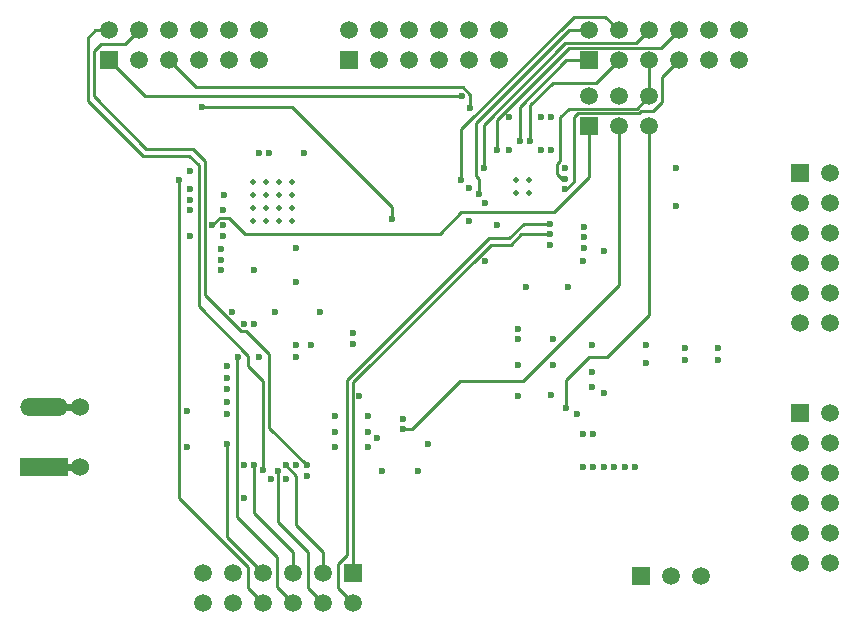
<source format=gbl>
%FSTAX23Y23*%
%MOIN*%
%SFA1B1*%

%IPPOS*%
%ADD10C,0.010000*%
%ADD30O,0.159842X0.059842*%
%ADD31R,0.159842X0.059842*%
%ADD34C,0.023622*%
%ADD38R,0.059055X0.059055*%
%ADD39C,0.059055*%
%ADD40R,0.059055X0.059055*%
%ADD41C,0.023622*%
%ADD42C,0.060000*%
%ADD43C,0.019685*%
%LNpcb_sherpa_mk_ii-1*%
%LPD*%
G54D10*
X0307Y0729D02*
X0338D01*
X02997Y07217D02*
X0307Y0729D01*
X0338D02*
X03495Y07405D01*
X02347Y07217D02*
X02997D01*
X03595Y07045D02*
Y07575D01*
X03275Y06725D02*
X03595Y07045D01*
X03065Y06725D02*
X03275D01*
X02195Y06975D02*
Y07445D01*
X02163Y07476D02*
X02195Y07445D01*
X02008Y07476D02*
X02163D01*
X02215Y07012D02*
Y0746D01*
X02175Y075D02*
X02215Y0746D01*
X0202Y075D02*
X02175D01*
X02205Y0764D02*
X02505D01*
X0284Y07305*
Y07265D02*
Y07305D01*
X031Y07635D02*
Y0768D01*
X03075Y07705D02*
X031Y0768D01*
X02185Y07705D02*
X03075D01*
X02095Y07795D02*
X02185Y07705D01*
X01895Y07795D02*
X02015Y07675D01*
X03071*
X01825Y0787D02*
X0185Y07895D01*
X01825Y0766D02*
Y0787D01*
Y0766D02*
X02008Y07476D01*
X01845Y07675D02*
X0202Y075D01*
X01845Y07675D02*
Y07825D01*
X0187Y0785*
X0195*
X01995Y07895*
X0185D02*
X01895D01*
X02215Y07012D02*
X02335Y06892D01*
X02195Y06975D02*
X0236Y0681D01*
X02265Y0727D02*
X02295D01*
X0224Y07245D02*
X02265Y0727D01*
X0236Y06775D02*
Y0681D01*
Y06775D02*
X0241Y06725D01*
Y0643D02*
Y06725D01*
X02335Y06892D02*
X02352D01*
X0243Y06815*
Y0657D02*
Y06815D01*
Y0657D02*
X02555Y06445D01*
X0213Y06335D02*
Y07395D01*
Y06335D02*
X0236Y06105D01*
Y06035D02*
Y06105D01*
Y06035D02*
X0241Y05985D01*
X02455Y0604D02*
X0251Y05985D01*
X02455Y0604D02*
Y06139D01*
X02322Y06272D02*
X02455Y06139D01*
X02322Y06272D02*
Y06802D01*
X02325Y06805*
X0229Y06205D02*
Y06515D01*
Y06205D02*
X0241Y06085D01*
X0261D02*
Y06155D01*
X0252Y06245D02*
X0261Y06155D01*
X0252Y06245D02*
Y0641D01*
X0256Y06035D02*
Y06155D01*
X0246Y06255D02*
X0256Y06155D01*
X0246Y06255D02*
Y06425D01*
X0251Y06085D02*
Y06155D01*
X0238Y06285D02*
X0251Y06155D01*
X0238Y06285D02*
Y06445D01*
X0256Y06035D02*
X0261Y05985D01*
X02485Y06445D02*
X0252Y0641D01*
X0269Y0673D02*
X03161Y07201D01*
X0269Y06145D02*
Y0673D01*
X0266Y06115D02*
X0269Y06145D01*
X0271Y06721D02*
X03168Y0718D01*
X0271Y06687D02*
Y06721D01*
X02707Y06684D02*
X0271Y06687D01*
X02707Y06665D02*
Y06684D01*
Y06665D02*
X0271Y06662D01*
Y06085D02*
Y06662D01*
X0266Y06035D02*
Y06115D01*
Y06035D02*
X0271Y05985D01*
X03168Y0718D02*
X03235D01*
X0327Y07215*
X03365*
X03161Y07201D02*
X03229D01*
X03277Y0725*
X03365*
X02295Y0727D02*
X02347Y07217D01*
X03495Y07405D02*
Y07575D01*
X02905Y06565D02*
X03065Y06725D01*
X0342Y0673D02*
X03495Y06805D01*
X0342Y06635D02*
Y0673D01*
X02875Y06565D02*
X02905D01*
X03695Y06945D02*
Y07575D01*
X03555Y06805D02*
X03695Y06945D01*
X03495Y06805D02*
X03555D01*
X03375Y0772D02*
X0352D01*
X033Y07645D02*
X03375Y0772D01*
X033Y07525D02*
Y07645D01*
X03445Y0794D02*
X0355D01*
X0307Y07565D02*
X03445Y0794D01*
X0307Y07395D02*
Y07565D01*
X0343Y07895D02*
X03495D01*
X0312Y07585D02*
X0343Y07895D01*
X0312Y0741D02*
Y07585D01*
X03416Y07851D02*
X03651D01*
X03145Y0758D02*
X03416Y07851D01*
X03145Y07435D02*
Y0758D01*
X0342Y07795D02*
X03495D01*
X03265Y0764D02*
X0342Y07795D01*
X03265Y07525D02*
Y0764D01*
X03428Y07835D02*
X03529D01*
X0319Y07597D02*
X03428Y07835D01*
X0355Y0794D02*
X03595Y07895D01*
X0312Y0741D02*
X0313Y074D01*
Y0735D02*
Y074D01*
X0319Y07495D02*
Y07597D01*
X03529Y07835D02*
X03577D01*
X03529Y07835D02*
X03529Y07835D01*
X03711Y07835D02*
X03712Y07835D01*
X03678Y07835D02*
X03711D01*
X03677Y07835D02*
X03678Y07835D01*
X03612Y07835D02*
X03677D01*
X03611Y07835D02*
X03612Y07835D01*
X03578Y07835D02*
X03611D01*
X03577Y07835D02*
X03578Y07835D01*
X03651Y07851D02*
X03695Y07895D01*
X0352Y0772D02*
X03595Y07795D01*
X0374Y07655D02*
Y0774D01*
X0371Y07625D02*
X0374Y07655D01*
X03667Y07625D02*
X0371D01*
X03661Y07618D02*
X03667Y07625D01*
X03458Y07618D02*
X03661D01*
X03445Y07605D02*
X03458Y07618D01*
X03445Y0739D02*
Y07605D01*
X0342Y07365D02*
X03445Y0739D01*
X03415Y07365D02*
X0342D01*
X0339Y0745D02*
X034Y0746D01*
X0339Y07415D02*
Y0745D01*
Y07415D02*
X0341Y07395D01*
X03654Y07634D02*
X03695Y07675D01*
X03429Y07634D02*
X03654D01*
X034Y07605D02*
X03429Y07634D01*
X034Y0746D02*
Y07605D01*
X0341Y07395D02*
X03415Y074D01*
X03492Y07675D02*
X03495D01*
X03695D02*
Y07795D01*
X03735Y07835D02*
X03795Y07895D01*
X03712Y07835D02*
X03735D01*
X0374Y0774D02*
X03795Y07795D01*
X0246Y06425D02*
X02462Y06422D01*
G54D30*
X0168Y0664D03*
G54D31*
X0168Y0644D03*
G54D34*
X0168Y0664D02*
X018D01*
X0167Y0644D02*
X0168D01*
X018*
G54D38*
X03495Y07575D03*
X0271Y06085D03*
X01895Y07795D03*
X02695D03*
X03495D03*
X03669Y06077D03*
G54D39*
X03495Y07675D03*
X03595Y07575D03*
Y07675D03*
X03695Y07575D03*
Y07675D03*
X0261Y06085D03*
X0251D03*
X0241D03*
X0231D03*
X0221D03*
X0271Y05985D03*
X0261D03*
X0251D03*
X0241D03*
X0231D03*
X0221D03*
X01995Y07795D03*
X02095D03*
X02195D03*
X02295D03*
X02395D03*
X01895Y07895D03*
X01995D03*
X02095D03*
X02195D03*
X02295D03*
X02395D03*
X02795Y07795D03*
X02895D03*
X02995D03*
X03095D03*
X03195D03*
X02695Y07895D03*
X02795D03*
X02895D03*
X02995D03*
X03095D03*
X03195D03*
X03595Y07795D03*
X03695D03*
X03795D03*
X03895D03*
X03995D03*
X03495Y07895D03*
X03595D03*
X03695D03*
X03795D03*
X03895D03*
X03995D03*
X03769Y06077D03*
X03869D03*
X042Y0732D03*
Y0722D03*
Y0712D03*
Y0702D03*
Y0692D03*
X043Y0742D03*
Y0732D03*
Y0722D03*
Y0712D03*
Y0702D03*
Y0692D03*
X042Y0652D03*
Y0642D03*
Y0632D03*
Y0622D03*
Y0612D03*
X043Y0662D03*
Y0652D03*
Y0642D03*
Y0632D03*
Y0622D03*
Y0612D03*
G54D40*
X042Y0742D03*
Y0662D03*
G54D41*
X03475Y07125D03*
X03545Y0716D03*
X02165Y07425D03*
X02155Y06505D03*
Y06625D03*
X0315Y07125D03*
X03285Y0704D03*
X03375Y0678D03*
X0326D03*
X03505Y06755D03*
X0252Y06805D03*
Y06845D03*
Y0717D03*
X0257Y06845D03*
X0252Y07055D03*
X0271Y06885D03*
Y0685D03*
X0265Y0661D03*
Y06555D03*
X02759Y0661D03*
X0276Y06555D03*
X0279Y06535D03*
X0276Y06507D03*
X0265D03*
X03505Y06705D03*
X03545Y06685D03*
X03685Y06785D03*
Y06845D03*
X03505D03*
X03455Y06615D03*
X0252Y06445D03*
X02555Y0641D03*
X02345Y06445D03*
Y06335D03*
X0229Y06615D03*
Y06735D03*
Y067D03*
Y06775D03*
Y06655D03*
X03925Y06835D03*
Y06795D03*
X03815Y06835D03*
Y06795D03*
X0326Y06865D03*
X0337Y0668D03*
X0326Y06675D03*
X03475Y0655D03*
X0351D03*
X03475Y0644D03*
X0351D03*
X02875Y066D03*
X03415Y07435D03*
X03785D03*
X03365Y0718D03*
Y07215D03*
X0348Y0724D03*
Y07205D03*
Y0717D03*
X0315Y0732D03*
X03095Y0737D03*
X0319Y07245D03*
X03095Y0726D03*
X02275Y0721D03*
Y07295D03*
X0243Y07485D03*
X0238Y07095D03*
X03785Y0731D03*
X0227Y07095D03*
X02545Y07485D03*
X02395D03*
X02275Y07245D03*
X02165Y0721D03*
X02165Y07295D03*
X02485Y064D03*
X02435D03*
X02395Y06805D03*
X0238Y06915D03*
X0296Y06515D03*
X0342Y06635D03*
X02805Y06425D03*
X02925D03*
X03425Y0704D03*
X0238Y06445D03*
X02555D03*
X0246Y06425D03*
X02485Y06445D03*
X02345Y06915D03*
X02325Y06805D03*
X0227Y07165D03*
Y0713D03*
X0245Y06955D03*
X02305D03*
X02597D03*
X0228Y07345D03*
X02165Y0733D03*
X0213Y07395D03*
X02165Y07365D03*
X03545Y0644D03*
X0326Y069D03*
X03415Y074D03*
X0229Y06515D03*
X0241Y0643D03*
X03365Y0725D03*
X0224Y07245D03*
X02875Y06565D03*
X03415Y07365D03*
X0313Y0735D03*
X0307Y07395D03*
X0358Y0644D03*
X03615D03*
X0365D03*
X0273Y06675D03*
X0284Y07265D03*
X02205Y0764D03*
X03375Y06865D03*
X03145Y07435D03*
X0337Y07495D03*
X03335D03*
X0337Y07605D03*
X03335D03*
X033Y07525D03*
X03265D03*
X0323Y07605D03*
X0319Y07495D03*
X0323D03*
X031Y07635D03*
X03071Y07675D03*
G54D42*
X018Y0644D03*
Y0664D03*
G54D43*
X02375Y07389D03*
X02418D03*
X02461D03*
X02504D03*
X02375Y07346D03*
X02418D03*
X02461D03*
X02504D03*
X02375Y07303D03*
X02418D03*
X02461D03*
X02504D03*
X02375Y0726D03*
X02418D03*
X02461D03*
X02504D03*
X03253Y07353D03*
Y07396D03*
X03296Y07353D03*
Y07396D03*
M02*
</source>
